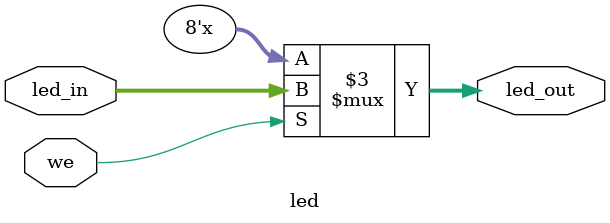
<source format=v>
module led(
    input we,
    input [7:0]led_in,
    output reg [7:0]led_out
);

always @* begin
    if(we) led_out = led_in[7:0];
end

endmodule

</source>
